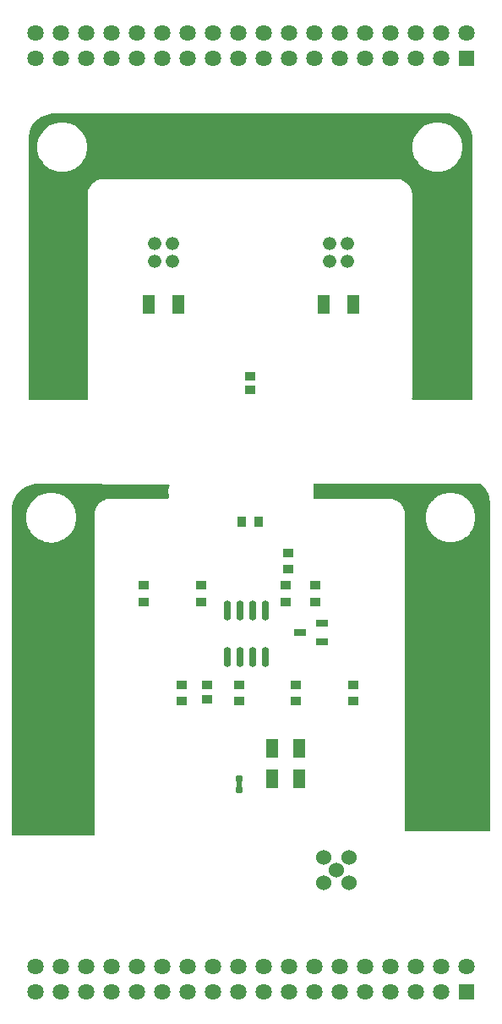
<source format=gbs>
G04*
G04 #@! TF.GenerationSoftware,Altium Limited,Altium Designer,21.8.1 (53)*
G04*
G04 Layer_Color=16711935*
%FSLAX24Y24*%
%MOIN*%
G70*
G04*
G04 #@! TF.SameCoordinates,EDC69185-3C86-4443-AEAC-3931C59231B4*
G04*
G04*
G04 #@! TF.FilePolarity,Negative*
G04*
G01*
G75*
%ADD18O,0.0286X0.0798*%
%ADD19R,0.0404X0.0365*%
%ADD20R,0.0365X0.0404*%
%ADD26R,0.0503X0.0759*%
%ADD27C,0.0641*%
%ADD28R,0.0641X0.0641*%
%ADD29C,0.0601*%
%ADD30C,0.0528*%
%ADD40C,0.0197*%
%ADD53R,0.0483X0.0267*%
%ADD54R,0.0483X0.0719*%
G04:AMPARAMS|DCode=55|XSize=24.7mil|YSize=28.6mil|CornerRadius=7.4mil|HoleSize=0mil|Usage=FLASHONLY|Rotation=180.000|XOffset=0mil|YOffset=0mil|HoleType=Round|Shape=RoundedRectangle|*
%AMROUNDEDRECTD55*
21,1,0.0247,0.0138,0,0,180.0*
21,1,0.0098,0.0286,0,0,180.0*
1,1,0.0148,-0.0049,0.0069*
1,1,0.0148,0.0049,0.0069*
1,1,0.0148,0.0049,-0.0069*
1,1,0.0148,-0.0049,-0.0069*
%
%ADD55ROUNDEDRECTD55*%
G36*
X142Y15862D02*
X324Y15786D01*
X487Y15677D01*
X627Y15537D01*
X736Y15374D01*
X812Y15192D01*
X850Y14998D01*
Y14900D01*
Y4600D01*
X-1488D01*
X-1529Y4650D01*
X-1519Y4700D01*
Y4716D01*
X-1516Y4730D01*
Y4780D01*
Y12680D01*
Y12729D01*
X-1519Y12744D01*
Y12759D01*
X-1538Y12855D01*
X-1543Y12869D01*
X-1546Y12884D01*
X-1584Y12975D01*
X-1592Y12987D01*
X-1598Y13001D01*
X-1653Y13083D01*
X-1664Y13094D01*
X-1672Y13106D01*
X-1742Y13176D01*
X-1754Y13184D01*
X-1765Y13195D01*
X-1847Y13250D01*
X-1861Y13256D01*
X-1873Y13264D01*
X-1964Y13302D01*
X-1979Y13305D01*
X-1993Y13310D01*
X-2089Y13330D01*
X-2104D01*
X-2119Y13332D01*
X-6818D01*
X-6833Y13330D01*
X-6848D01*
X-6944Y13310D01*
X-6958Y13305D01*
X-6973Y13302D01*
X-6977Y13300D01*
X-8860D01*
X-8864Y13302D01*
X-8879Y13305D01*
X-8893Y13310D01*
X-8989Y13330D01*
X-9004D01*
X-9019Y13332D01*
X-13718D01*
X-13733Y13330D01*
X-13748D01*
X-13844Y13310D01*
X-13858Y13305D01*
X-13873Y13302D01*
X-13917Y13283D01*
X-13931Y13281D01*
X-14012Y13247D01*
X-14085Y13198D01*
X-14148Y13135D01*
X-14180Y13087D01*
X-14184Y13083D01*
X-14239Y13001D01*
X-14245Y12987D01*
X-14253Y12975D01*
X-14291Y12884D01*
X-14294Y12869D01*
X-14299Y12855D01*
X-14319Y12759D01*
Y12744D01*
X-14321Y12729D01*
Y12680D01*
Y4780D01*
Y4730D01*
X-14318Y4716D01*
Y4700D01*
X-14308Y4650D01*
X-14350Y4600D01*
X-16650D01*
Y14900D01*
Y14998D01*
X-16612Y15192D01*
X-16536Y15374D01*
X-16427Y15537D01*
X-16287Y15677D01*
X-16124Y15786D01*
X-15942Y15862D01*
X-15748Y15900D01*
X-52D01*
X142Y15862D01*
D02*
G37*
G36*
X-11117Y1275D02*
X-11087Y1235D01*
X-11101Y1190D01*
X-11128Y1013D01*
X-11121Y835D01*
X-11104Y768D01*
X-11135Y729D01*
X-13448D01*
X-13463Y726D01*
X-13478D01*
X-13575Y706D01*
X-13589Y701D01*
X-13604Y698D01*
X-13695Y660D01*
X-13707Y652D01*
X-13721Y646D01*
X-13803Y591D01*
X-13814Y580D01*
X-13826Y572D01*
X-13896Y502D01*
X-13904Y490D01*
X-13915Y479D01*
X-13969Y397D01*
X-13975Y383D01*
X-13984Y371D01*
X-14021Y280D01*
X-14024Y265D01*
X-14030Y251D01*
X-14049Y155D01*
Y140D01*
X-14052Y125D01*
Y76D01*
Y-12550D01*
X-17260D01*
X-17278Y-12542D01*
X-17292Y-12528D01*
X-17300Y-12510D01*
Y-12500D01*
Y300D01*
Y398D01*
X-17262Y592D01*
X-17186Y774D01*
X-17077Y937D01*
X-16937Y1077D01*
X-16774Y1186D01*
X-16592Y1262D01*
X-16398Y1300D01*
X-16300Y1300D01*
X-16300Y1300D01*
X-11117Y1275D01*
D02*
G37*
G36*
X1211Y1300D02*
Y1300D01*
X1251Y1265D01*
X1323Y1187D01*
X1386Y1101D01*
X1440Y1010D01*
X1483Y913D01*
X1516Y812D01*
X1539Y709D01*
X1550Y603D01*
X1550Y550D01*
X1550Y-12400D01*
X-1796D01*
Y76D01*
Y125D01*
X-1799Y140D01*
Y155D01*
X-1818Y251D01*
X-1824Y265D01*
X-1827Y280D01*
X-1865Y371D01*
X-1873Y383D01*
X-1879Y397D01*
X-1934Y479D01*
X-1944Y490D01*
X-1953Y502D01*
X-2022Y572D01*
X-2035Y580D01*
X-2046Y591D01*
X-2127Y646D01*
X-2141Y652D01*
X-2154Y660D01*
X-2245Y698D01*
X-2260Y701D01*
X-2274Y706D01*
X-2370Y726D01*
X-2385D01*
X-2400Y729D01*
X-5400D01*
Y1300D01*
X1211D01*
X1211Y1300D01*
D02*
G37*
%LPC*%
G36*
X-437Y15559D02*
X-600D01*
X-615Y15556D01*
X-630D01*
X-790Y15525D01*
X-803Y15519D01*
X-818Y15516D01*
X-969Y15453D01*
X-981Y15445D01*
X-995Y15439D01*
X-1131Y15349D01*
X-1141Y15338D01*
X-1154Y15330D01*
X-1269Y15215D01*
X-1277Y15202D01*
X-1288Y15192D01*
X-1378Y15056D01*
X-1384Y15042D01*
X-1392Y15030D01*
X-1455Y14879D01*
X-1458Y14864D01*
X-1463Y14851D01*
X-1495Y14691D01*
Y14676D01*
X-1498Y14661D01*
Y14498D01*
X-1495Y14483D01*
Y14468D01*
X-1463Y14309D01*
X-1458Y14295D01*
X-1455Y14280D01*
X-1392Y14129D01*
X-1384Y14117D01*
X-1378Y14103D01*
X-1288Y13968D01*
X-1277Y13957D01*
X-1269Y13944D01*
X-1154Y13829D01*
X-1141Y13821D01*
X-1131Y13810D01*
X-995Y13720D01*
X-981Y13714D01*
X-969Y13706D01*
X-818Y13643D01*
X-803Y13640D01*
X-790Y13635D01*
X-630Y13603D01*
X-615D01*
X-600Y13600D01*
X-437D01*
X-422Y13603D01*
X-407D01*
X-248Y13635D01*
X-234Y13640D01*
X-219Y13643D01*
X-68Y13706D01*
X-56Y13714D01*
X-42Y13720D01*
X93Y13810D01*
X104Y13821D01*
X117Y13829D01*
X232Y13944D01*
X240Y13957D01*
X251Y13968D01*
X341Y14103D01*
X347Y14117D01*
X355Y14129D01*
X418Y14280D01*
X421Y14295D01*
X426Y14309D01*
X458Y14468D01*
Y14483D01*
X461Y14498D01*
Y14661D01*
X458Y14676D01*
Y14691D01*
X426Y14851D01*
X421Y14864D01*
X418Y14879D01*
X355Y15030D01*
X347Y15042D01*
X341Y15056D01*
X251Y15192D01*
X240Y15202D01*
X232Y15215D01*
X117Y15330D01*
X104Y15338D01*
X93Y15349D01*
X-42Y15439D01*
X-56Y15445D01*
X-68Y15453D01*
X-219Y15516D01*
X-234Y15519D01*
X-248Y15525D01*
X-407Y15556D01*
X-422D01*
X-437Y15559D01*
D02*
G37*
G36*
X-15237D02*
X-15400D01*
X-15415Y15556D01*
X-15430D01*
X-15589Y15525D01*
X-15603Y15519D01*
X-15618Y15516D01*
X-15769Y15453D01*
X-15781Y15445D01*
X-15795Y15439D01*
X-15931Y15349D01*
X-15941Y15338D01*
X-15954Y15330D01*
X-16069Y15215D01*
X-16077Y15202D01*
X-16088Y15192D01*
X-16178Y15056D01*
X-16184Y15042D01*
X-16192Y15030D01*
X-16255Y14879D01*
X-16258Y14864D01*
X-16264Y14851D01*
X-16295Y14691D01*
Y14676D01*
X-16298Y14661D01*
Y14498D01*
X-16295Y14483D01*
Y14468D01*
X-16264Y14309D01*
X-16258Y14295D01*
X-16255Y14280D01*
X-16192Y14129D01*
X-16184Y14117D01*
X-16178Y14103D01*
X-16088Y13968D01*
X-16077Y13957D01*
X-16069Y13944D01*
X-15954Y13829D01*
X-15941Y13821D01*
X-15931Y13810D01*
X-15795Y13720D01*
X-15781Y13714D01*
X-15769Y13706D01*
X-15618Y13643D01*
X-15603Y13640D01*
X-15589Y13635D01*
X-15430Y13603D01*
X-15415D01*
X-15400Y13600D01*
X-15237D01*
X-15222Y13603D01*
X-15207D01*
X-15048Y13635D01*
X-15034Y13640D01*
X-15019Y13643D01*
X-14868Y13706D01*
X-14856Y13714D01*
X-14842Y13720D01*
X-14706Y13810D01*
X-14696Y13821D01*
X-14683Y13829D01*
X-14568Y13944D01*
X-14560Y13957D01*
X-14549Y13968D01*
X-14459Y14103D01*
X-14453Y14117D01*
X-14445Y14129D01*
X-14382Y14280D01*
X-14379Y14295D01*
X-14374Y14309D01*
X-14342Y14468D01*
Y14483D01*
X-14339Y14498D01*
Y14661D01*
X-14342Y14676D01*
Y14691D01*
X-14374Y14851D01*
X-14379Y14864D01*
X-14382Y14879D01*
X-14445Y15030D01*
X-14453Y15042D01*
X-14459Y15056D01*
X-14549Y15192D01*
X-14560Y15202D01*
X-14568Y15215D01*
X-14683Y15330D01*
X-14696Y15338D01*
X-14706Y15349D01*
X-14842Y15439D01*
X-14856Y15445D01*
X-14868Y15453D01*
X-15019Y15516D01*
X-15034Y15519D01*
X-15048Y15525D01*
X-15207Y15556D01*
X-15222D01*
X-15237Y15559D01*
D02*
G37*
G36*
X-15668Y963D02*
X-15832D01*
X-15847Y960D01*
X-15862D01*
X-16022Y928D01*
X-16036Y923D01*
X-16051Y920D01*
X-16202Y857D01*
X-16215Y849D01*
X-16228Y843D01*
X-16365Y752D01*
X-16375Y741D01*
X-16388Y733D01*
X-16503Y617D01*
X-16512Y605D01*
X-16522Y594D01*
X-16613Y458D01*
X-16619Y444D01*
X-16628Y432D01*
X-16690Y280D01*
X-16693Y266D01*
X-16699Y252D01*
X-16731Y91D01*
Y76D01*
X-16734Y61D01*
Y-102D01*
X-16731Y-117D01*
Y-132D01*
X-16699Y-293D01*
X-16693Y-307D01*
X-16690Y-321D01*
X-16628Y-473D01*
X-16619Y-485D01*
X-16613Y-499D01*
X-16522Y-635D01*
X-16512Y-646D01*
X-16503Y-658D01*
X-16388Y-774D01*
X-16375Y-782D01*
X-16365Y-793D01*
X-16228Y-884D01*
X-16215Y-890D01*
X-16202Y-898D01*
X-16051Y-961D01*
X-16036Y-964D01*
X-16022Y-969D01*
X-15862Y-1001D01*
X-15847D01*
X-15832Y-1004D01*
X-15668D01*
X-15653Y-1001D01*
X-15638D01*
X-15478Y-969D01*
X-15464Y-964D01*
X-15449Y-961D01*
X-15298Y-898D01*
X-15285Y-890D01*
X-15272Y-884D01*
X-15135Y-793D01*
X-15125Y-782D01*
X-15112Y-774D01*
X-14997Y-658D01*
X-14988Y-646D01*
X-14978Y-635D01*
X-14887Y-499D01*
X-14881Y-485D01*
X-14872Y-473D01*
X-14810Y-321D01*
X-14807Y-307D01*
X-14801Y-293D01*
X-14769Y-132D01*
Y-117D01*
X-14766Y-102D01*
Y61D01*
X-14769Y76D01*
Y91D01*
X-14801Y252D01*
X-14807Y266D01*
X-14810Y280D01*
X-14872Y432D01*
X-14881Y444D01*
X-14887Y458D01*
X-14978Y594D01*
X-14988Y605D01*
X-14997Y617D01*
X-15112Y733D01*
X-15125Y741D01*
X-15135Y752D01*
X-15272Y843D01*
X-15285Y849D01*
X-15298Y857D01*
X-15449Y920D01*
X-15464Y923D01*
X-15478Y928D01*
X-15638Y960D01*
X-15653D01*
X-15668Y963D01*
D02*
G37*
G36*
X79Y959D02*
X-83D01*
X-98Y956D01*
X-113D01*
X-273Y925D01*
X-287Y919D01*
X-302Y916D01*
X-452Y853D01*
X-465Y845D01*
X-479Y839D01*
X-614Y749D01*
X-625Y738D01*
X-637Y730D01*
X-752Y615D01*
X-761Y602D01*
X-771Y592D01*
X-862Y456D01*
X-868Y442D01*
X-876Y430D01*
X-938Y279D01*
X-941Y264D01*
X-947Y251D01*
X-979Y91D01*
Y76D01*
X-982Y61D01*
Y-102D01*
X-979Y-117D01*
Y-132D01*
X-947Y-291D01*
X-941Y-305D01*
X-938Y-320D01*
X-876Y-471D01*
X-868Y-483D01*
X-862Y-497D01*
X-771Y-632D01*
X-761Y-643D01*
X-752Y-656D01*
X-637Y-771D01*
X-625Y-779D01*
X-614Y-790D01*
X-479Y-880D01*
X-465Y-886D01*
X-452Y-894D01*
X-302Y-957D01*
X-287Y-960D01*
X-273Y-965D01*
X-113Y-997D01*
X-98D01*
X-83Y-1000D01*
X79D01*
X94Y-997D01*
X109D01*
X269Y-965D01*
X283Y-960D01*
X298Y-957D01*
X448Y-894D01*
X461Y-886D01*
X475Y-880D01*
X610Y-790D01*
X621Y-779D01*
X633Y-771D01*
X748Y-656D01*
X757Y-643D01*
X767Y-632D01*
X858Y-497D01*
X864Y-483D01*
X872Y-471D01*
X934Y-320D01*
X937Y-305D01*
X943Y-291D01*
X975Y-132D01*
Y-117D01*
X978Y-102D01*
Y61D01*
X975Y76D01*
Y91D01*
X943Y251D01*
X937Y264D01*
X934Y279D01*
X872Y430D01*
X864Y442D01*
X858Y456D01*
X767Y592D01*
X757Y602D01*
X748Y615D01*
X633Y730D01*
X621Y738D01*
X610Y749D01*
X475Y839D01*
X461Y845D01*
X448Y853D01*
X298Y916D01*
X283Y919D01*
X269Y925D01*
X109Y956D01*
X94D01*
X79Y959D01*
D02*
G37*
%LPD*%
D18*
X-8800Y-3675D02*
D03*
X-8300D02*
D03*
X-7800D02*
D03*
X-7300D02*
D03*
X-8800Y-5525D02*
D03*
X-8300D02*
D03*
X-7800D02*
D03*
X-7300D02*
D03*
D19*
X-9600Y-7176D02*
D03*
Y-6624D02*
D03*
X-3853Y-7255D02*
D03*
X-3849Y-6602D02*
D03*
X-6103Y-7255D02*
D03*
X-6099Y-6602D02*
D03*
X-8353Y-7255D02*
D03*
X-8349Y-6602D02*
D03*
X-10603Y-7255D02*
D03*
X-10599Y-6602D02*
D03*
X-6403Y-2055D02*
D03*
X-6399Y-1402D02*
D03*
X-5345Y-2694D02*
D03*
X-5349Y-3347D02*
D03*
X-6495Y-2694D02*
D03*
X-6499Y-3347D02*
D03*
X-9845Y-2694D02*
D03*
X-9849Y-3347D02*
D03*
X-12095Y-2694D02*
D03*
X-12099Y-3347D02*
D03*
X-7919Y5555D02*
D03*
Y5004D02*
D03*
D20*
X-7588Y-174D02*
D03*
X-8241Y-170D02*
D03*
D26*
X-10728Y8380D02*
D03*
X-11909D02*
D03*
X-3828D02*
D03*
X-5009D02*
D03*
D27*
X-16376Y19092D02*
D03*
Y18092D02*
D03*
X-15376Y19092D02*
D03*
Y18092D02*
D03*
X-14376Y19092D02*
D03*
Y18092D02*
D03*
X-13376Y19092D02*
D03*
Y18092D02*
D03*
X-12376Y19092D02*
D03*
Y18092D02*
D03*
X-11376Y19092D02*
D03*
Y18092D02*
D03*
X-10376Y19092D02*
D03*
Y18092D02*
D03*
X-9376Y19092D02*
D03*
Y18092D02*
D03*
X-8376Y19092D02*
D03*
Y18092D02*
D03*
X-7376Y19092D02*
D03*
Y18092D02*
D03*
X-6376Y19092D02*
D03*
Y18092D02*
D03*
X-5376Y19092D02*
D03*
Y18092D02*
D03*
X-4376Y19092D02*
D03*
Y18092D02*
D03*
X-3376Y19092D02*
D03*
Y18092D02*
D03*
X-2376Y19092D02*
D03*
Y18092D02*
D03*
X-1376Y19092D02*
D03*
Y18092D02*
D03*
X-376Y19092D02*
D03*
Y18092D02*
D03*
X624Y19092D02*
D03*
X-16376Y-17703D02*
D03*
Y-18703D02*
D03*
X-15376Y-17703D02*
D03*
Y-18703D02*
D03*
X-14376Y-17703D02*
D03*
Y-18703D02*
D03*
X-13376Y-17703D02*
D03*
Y-18703D02*
D03*
X-12376Y-17703D02*
D03*
Y-18703D02*
D03*
X-11376Y-17703D02*
D03*
Y-18703D02*
D03*
X-10376Y-17703D02*
D03*
Y-18703D02*
D03*
X-9376Y-17703D02*
D03*
Y-18703D02*
D03*
X-8376Y-17703D02*
D03*
Y-18703D02*
D03*
X-7376Y-17703D02*
D03*
Y-18703D02*
D03*
X-6376Y-17703D02*
D03*
Y-18703D02*
D03*
X-5376Y-17703D02*
D03*
Y-18703D02*
D03*
X-4376Y-17703D02*
D03*
Y-18703D02*
D03*
X-3376Y-17703D02*
D03*
Y-18703D02*
D03*
X-2376Y-17703D02*
D03*
Y-18703D02*
D03*
X-1376Y-17703D02*
D03*
Y-18703D02*
D03*
X-376Y-17703D02*
D03*
Y-18703D02*
D03*
X624Y-17703D02*
D03*
D28*
Y18092D02*
D03*
Y-18703D02*
D03*
D29*
X-4499Y-13924D02*
D03*
X-3999Y-14424D02*
D03*
Y-13424D02*
D03*
X-4999D02*
D03*
Y-14424D02*
D03*
D30*
X-11676Y10780D02*
D03*
X-10969D02*
D03*
Y10072D02*
D03*
X-11676D02*
D03*
X-4769Y10780D02*
D03*
X-4061D02*
D03*
Y10072D02*
D03*
X-4769D02*
D03*
D40*
X-8349Y-10751D02*
Y-10298D01*
X-8359Y-10751D02*
X-8349D01*
X-8359D02*
X-8349D01*
D53*
X-5059Y-4176D02*
D03*
X-5079Y-4924D02*
D03*
X-5949Y-4550D02*
D03*
D54*
X-5968Y-9131D02*
D03*
X-7031D02*
D03*
X-5968Y-10318D02*
D03*
X-7031D02*
D03*
D55*
X-8349Y-10739D02*
D03*
Y-10310D02*
D03*
M02*

</source>
